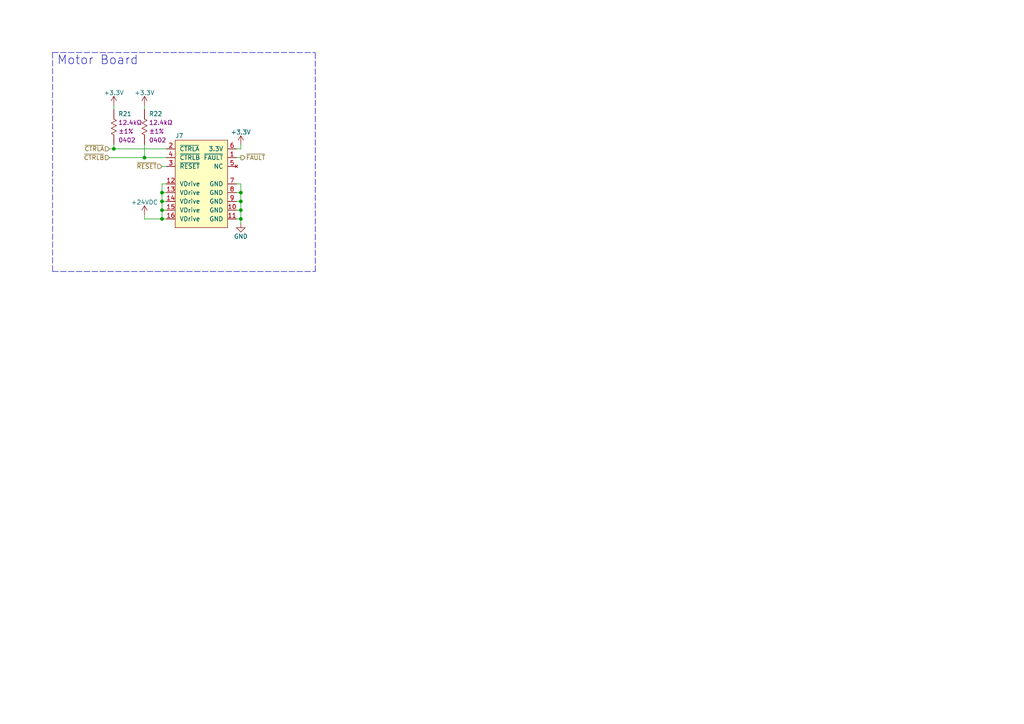
<source format=kicad_sch>
(kicad_sch (version 20211123) (generator eeschema)
  (paper "A4")
  (lib_symbols
    (symbol "connaxio-connectors:CON_CONNAXIO_MOTOR_DRIVER" (pin_names (offset 1.27))
      (property "Reference" "J" (at 0 1.27 0))
      (symbol "CON_CONNAXIO_MOTOR_DRIVER_0_1"
        (rectangle (start 0 0) (end 15.24 -25.4) (fill (type background)))
      )
      (symbol "CON_CONNAXIO_MOTOR_DRIVER_1_1"
        (pin passive line (at 17.78 -5.08 180) (length 2.54) (name "~{FAULT}") (number "1"))
        (pin passive line (at 17.78 -20.32 180) (length 2.54) (name "GND") (number "10"))
        (pin passive line (at 17.78 -22.86 180) (length 2.54) (name "GND") (number "11"))
        (pin passive line (at -2.54 -12.7 0) (length 2.54) (name "VDrive") (number "12"))
        (pin passive line (at -2.54 -15.24 0) (length 2.54) (name "VDrive") (number "13"))
        (pin passive line (at -2.54 -17.78 0) (length 2.54) (name "VDrive") (number "14"))
        (pin passive line (at -2.54 -20.32 0) (length 2.54) (name "VDrive") (number "15"))
        (pin passive line (at -2.54 -22.86 0) (length 2.54) (name "VDrive") (number "16"))
        (pin passive line (at -2.54 -2.54 0) (length 2.54) (name "~{CTRLA}") (number "2"))
        (pin passive line (at -2.54 -7.62 0) (length 2.54) (name "~{RESET}") (number "3"))
        (pin passive line (at -2.54 -5.08 0) (length 2.54) (name "~{CTRLB}") (number "4"))
        (pin no_connect line (at 17.78 -7.62 180) (length 2.54) (name "NC") (number "5"))
        (pin passive line (at 17.78 -2.54 180) (length 2.54) (name "3.3V") (number "6"))
        (pin passive line (at 17.78 -12.7 180) (length 2.54) (name "GND") (number "7"))
        (pin passive line (at 17.78 -15.24 180) (length 2.54) (name "GND") (number "8"))
        (pin passive line (at 17.78 -17.78 180) (length 2.54) (name "GND") (number "9"))
      )
    )
    (symbol "connaxio-power:+24VDC" (power) (pin_names (offset 0))
      (property "Value" "+24VDC" (at 0 3.556 0))
      (symbol "+24VDC_0_1"
        (polyline (pts (xy -0.762 1.27) (xy 0 2.54)))
        (polyline (pts (xy 0 0) (xy 0 2.54)))
        (polyline (pts (xy 0 2.54) (xy 0.762 1.27)))
      )
      (symbol "+24VDC_1_1"
        (pin power_in line (at 0 0 90) (length 0) hide (name "+24VDC") (number "1"))
      )
    )
    (symbol "connaxio-resistors:RES_12.4KΩ_1%_0402" (pin_numbers hide) (pin_names (offset 1.27) hide)
      (property "Reference" "R" (at 1.27 3.81 0))
      (property "Package" "0402" (at 1.27 -3.81 0))
      (property "Property" "12.4kΩ" (at 1.27 1.27 0))
      (property "Tolerance" "±1%" (at 1.27 -1.27 0))
      (symbol "RES_12.4KΩ_1%_0402_0_1"
        (polyline (pts (xy 0 3.302) (xy 0 3.302)))
        (polyline (pts (xy 0 2.286) (xy 0.762 1.905) (xy -0.762 1.143) (xy 0.762 0.381) (xy -0.762 -0.381) (xy 0.762 -1.143) (xy -0.762 -1.905) (xy 0 -2.286)))
      )
      (symbol "RES_12.4KΩ_1%_0402_1_1"
        (pin passive line (at 0 5.08 270) (length 2.794) (name "1") (number "1"))
        (pin passive line (at 0 -5.08 90) (length 2.794) (name "2") (number "2"))
      )
    )
    (symbol "power:+3.3V" (power) (pin_names (offset 0))
      (property "Value" "+3.3V" (at 0 3.556 0))
      (symbol "+3.3V_0_1"
        (polyline (pts (xy -0.762 1.27) (xy 0 2.54)))
        (polyline (pts (xy 0 0) (xy 0 2.54)))
        (polyline (pts (xy 0 2.54) (xy 0.762 1.27)))
      )
      (symbol "+3.3V_1_1"
        (pin power_in line (at 0 0 90) (length 0) hide (name "+3.3V") (number "1"))
      )
    )
    (symbol "power:GND" (power) (pin_names (offset 0))
      (property "Value" "GND" (at 0 -3.81 0))
      (symbol "GND_0_1"
        (polyline (pts (xy 0 0) (xy 0 -1.27) (xy 1.27 -1.27) (xy 0 -2.54) (xy -1.27 -1.27) (xy 0 -1.27)))
      )
      (symbol "GND_1_1"
        (pin power_in line (at 0 0 270) (length 0) hide (name "GND") (number "1"))
      )
    )
  )
  (junction (at 69.85 63.5))
  (junction (at 41.91 45.72))
  (junction (at 69.85 58.42))
  (junction (at 33.02 43.18))
  (junction (at 69.85 60.96))
  (junction (at 46.99 58.42))
  (junction (at 46.99 63.5))
  (junction (at 46.99 60.96))
  (junction (at 69.85 55.88))
  (junction (at 46.99 55.88))
  (wire (pts (xy 68.58 53.34) (xy 69.85 53.34)))
  (wire (pts (xy 33.02 30.48) (xy 33.02 31.75)))
  (polyline (pts (xy 91.44 78.74) (xy 91.44 15.24)))
  (wire (pts (xy 46.99 55.88) (xy 46.99 58.42)))
  (wire (pts (xy 48.26 53.34) (xy 46.99 53.34)))
  (wire (pts (xy 69.85 63.5) (xy 69.85 64.77)))
  (wire (pts (xy 68.58 58.42) (xy 69.85 58.42)))
  (wire (pts (xy 31.75 45.72) (xy 41.91 45.72)))
  (wire (pts (xy 41.91 63.5) (xy 46.99 63.5)))
  (wire (pts (xy 69.85 55.88) (xy 69.85 58.42)))
  (wire (pts (xy 69.85 53.34) (xy 69.85 55.88)))
  (wire (pts (xy 46.99 53.34) (xy 46.99 55.88)))
  (wire (pts (xy 46.99 48.26) (xy 48.26 48.26)))
  (wire (pts (xy 68.58 63.5) (xy 69.85 63.5)))
  (wire (pts (xy 46.99 63.5) (xy 48.26 63.5)))
  (wire (pts (xy 46.99 55.88) (xy 48.26 55.88)))
  (wire (pts (xy 46.99 58.42) (xy 48.26 58.42)))
  (polyline (pts (xy 15.24 78.74) (xy 91.44 78.74)))
  (wire (pts (xy 41.91 30.48) (xy 41.91 31.75)))
  (wire (pts (xy 41.91 62.23) (xy 41.91 63.5)))
  (polyline (pts (xy 15.24 15.24) (xy 91.44 15.24)))
  (wire (pts (xy 46.99 60.96) (xy 46.99 63.5)))
  (wire (pts (xy 69.85 60.96) (xy 69.85 63.5)))
  (wire (pts (xy 68.58 43.18) (xy 69.85 43.18)))
  (wire (pts (xy 41.91 41.91) (xy 41.91 45.72)))
  (wire (pts (xy 68.58 45.72) (xy 69.85 45.72)))
  (wire (pts (xy 69.85 43.18) (xy 69.85 41.91)))
  (wire (pts (xy 41.91 45.72) (xy 48.26 45.72)))
  (wire (pts (xy 68.58 60.96) (xy 69.85 60.96)))
  (wire (pts (xy 46.99 60.96) (xy 48.26 60.96)))
  (wire (pts (xy 69.85 58.42) (xy 69.85 60.96)))
  (wire (pts (xy 31.75 43.18) (xy 33.02 43.18)))
  (polyline (pts (xy 15.24 15.24) (xy 15.24 78.74)))
  (wire (pts (xy 46.99 58.42) (xy 46.99 60.96)))
  (wire (pts (xy 33.02 41.91) (xy 33.02 43.18)))
  (wire (pts (xy 68.58 55.88) (xy 69.85 55.88)))
  (wire (pts (xy 33.02 43.18) (xy 48.26 43.18)))
  (text "Motor Board" (at 16.51 19.05 0) (effects (font (size 2.54 2.54)) (justify left bottom)))
  (hierarchical_label "~{CTRLB}" (shape input) (at 31.75 45.72 180))
  (hierarchical_label "~{RESET}" (shape input) (at 46.99 48.26 180))
  (hierarchical_label "~{FAULT}" (shape output) (at 69.85 45.72 0))
  (hierarchical_label "~{CTRLA}" (shape input) (at 31.75 43.18 180))
  (symbol (lib_id "connaxio-power:+24VDC") (at 41.91 62.23 0) (mirror y) (unit 1)
    (property "Reference" "#PWR064" (effects hide))
    (property "Value" "+24VDC" (at 41.91 58.674 0))
  )
  (symbol (lib_id "power:+3.3V") (at 41.91 30.48 0) (mirror y) (unit 1)
    (property "Reference" "#PWR062" (effects hide))
    (property "Value" "+3.3V" (at 41.91 26.924 0))
  )
  (symbol (lib_id "connaxio-resistors:RES_12.4KΩ_1%_0402") (at 33.02 36.83 0) (unit 1)
    (property "Reference" "R21" (at 34.29 33.02 0) (effects (justify left)))
    (property "Value" "RES_12.4KΩ_1%_0402" (effects hide))
    (property "Footprint" "connaxio-resistors:RES_0402_1005M" (effects hide))
    (property "Datasheet" "https://www.seielect.com/catalog/sei-rmcf_rmcp.pdf" (effects hide))
    (property "Manufacturer" "Stackpole Electronics Inc" (effects hide))
    (property "Manufacturer Part Number" "RMCF0402FT12K4" (effects hide))
    (property "Package" "0402" (at 34.29 40.64 0) (effects (justify left)))
    (property "Polarized" "No" (effects hide))
    (property "Power" "1/16W" (effects hide))
    (property "Property" "12.4kΩ" (at 34.29 35.56 0) (effects (justify left)))
    (property "Temperature" "-55°C to +155°C" (effects hide))
    (property "Tolerance" "±1%" (at 34.29 38.1 0) (effects (justify left)))
    (property "Voltage" "50V" (effects hide))
  )
  (symbol (lib_id "connaxio-resistors:RES_12.4KΩ_1%_0402") (at 41.91 36.83 0) (unit 1)
    (property "Reference" "R22" (at 43.18 33.02 0) (effects (justify left)))
    (property "Value" "RES_12.4KΩ_1%_0402" (effects hide))
    (property "Footprint" "connaxio-resistors:RES_0402_1005M" (effects hide))
    (property "Datasheet" "https://www.seielect.com/catalog/sei-rmcf_rmcp.pdf" (effects hide))
    (property "Manufacturer" "Stackpole Electronics Inc" (effects hide))
    (property "Manufacturer Part Number" "RMCF0402FT12K4" (effects hide))
    (property "Package" "0402" (at 43.18 40.64 0) (effects (justify left)))
    (property "Polarized" "No" (effects hide))
    (property "Power" "1/16W" (effects hide))
    (property "Property" "12.4kΩ" (at 43.18 35.56 0) (effects (justify left)))
    (property "Temperature" "-55°C to +155°C" (effects hide))
    (property "Tolerance" "±1%" (at 43.18 38.1 0) (effects (justify left)))
    (property "Voltage" "50V" (effects hide))
  )
  (symbol (lib_id "power:+3.3V") (at 69.85 41.91 0) (mirror y) (unit 1)
    (property "Reference" "#PWR063" (effects hide))
    (property "Value" "+3.3V" (at 69.85 38.354 0))
  )
  (symbol (lib_id "power:GND") (at 69.85 64.77 0) (mirror y) (unit 1)
    (property "Reference" "#PWR065" (effects hide))
    (property "Value" "GND" (at 69.85 68.58 0))
  )
  (symbol (lib_id "connaxio-connectors:CON_CONNAXIO_MOTOR_DRIVER") (at 50.8 40.64 0) (unit 1)
    (property "Reference" "J7" (at 50.8 39.37 0) (effects (justify left)))
    (property "Value" "CON_CONNAXIO_MOTOR_DRIVER" (effects hide))
    (property "Footprint" "connaxio-connectors:CON_CONNAXIO_MOTOR_DRIVER" (effects hide))
    (property "Current" "3A" (effects hide))
    (property "Polarized" "No" (effects hide))
    (property "Temperature" "-40°C to +105°C" (effects hide))
    (property "Property" "100mils" (effects hide))
    (property "Voltage" "350V" (effects hide))
    (property "Note" "Female" (effects hide))
    (property "Package" "TH" (effects hide))
  )
  (symbol (lib_id "power:+3.3V") (at 33.02 30.48 0) (mirror y) (unit 1)
    (property "Reference" "#PWR061" (effects hide))
    (property "Value" "+3.3V" (at 33.02 26.924 0))
  )
)
</source>
